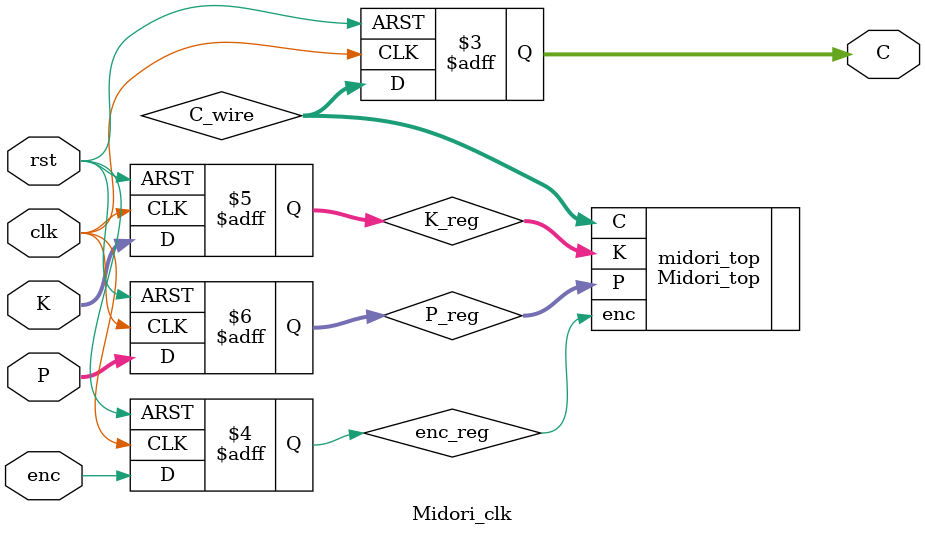
<source format=v>
module Midori_clk
	(clk, rst, enc, K, P, C);
    localparam n=64;
    localparam round=16;
    input clk;
	input rst;
    input enc;
    input [127:0] K;
    input [n-1:0] P;
    output [n-1:0] C;
    reg [n-1:0] C;

    wire [n-1:0] C_wire;

    reg enc_reg;
    reg [127:0] K_reg;
    reg [n-1:0] P_reg;

    Midori_top
    midori_top
    (
        .enc(enc_reg),
        .K(K_reg), 
        .P(P_reg), 
        .C(C_wire)
    );

	always@(posedge clk or negedge rst) begin: aclk
        if (rst == 0) begin: clkb1
            enc_reg <= 0;
            K_reg <= 0; 
            P_reg <= 0;
            C <= 0;
        end
        else begin: clkb2
            enc_reg <= enc;
            K_reg <= K; 
            P_reg <= P;
            C <= C_wire;
        end

    end
	
endmodule
</source>
